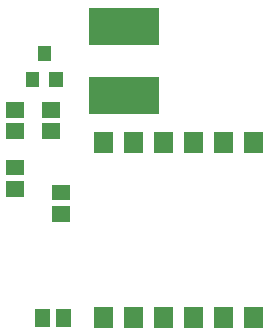
<source format=gbr>
G04 start of page 8 for group -4015 idx -4015 *
G04 Title: Dom32RF, toppaste *
G04 Creator: pcb 4.0.2 *
G04 CreationDate: Tue Feb 12 11:34:35 2019 UTC *
G04 For: walter *
G04 Format: Gerber/RS-274X *
G04 PCB-Dimensions (mil): 1181.10 1181.10 *
G04 PCB-Coordinate-Origin: lower left *
%MOIN*%
%FSLAX25Y25*%
%LNTOPPASTE*%
%ADD44C,0.0001*%
G54D44*G36*
X30190Y92922D02*X25790D01*
Y87922D01*
X30190D01*
Y92922D01*
G37*
G36*
X37990D02*X33590D01*
Y87922D01*
X37990D01*
Y92922D01*
G37*
G36*
X34090Y101516D02*X29690D01*
Y96516D01*
X34090D01*
Y101516D01*
G37*
G36*
X19292Y75788D02*Y70670D01*
X25196D01*
Y75788D01*
X19292D01*
G37*
G36*
Y82874D02*Y77756D01*
X25196D01*
Y82874D01*
X19292D01*
G37*
G36*
X31103Y75788D02*Y70670D01*
X37007D01*
Y75788D01*
X31103D01*
G37*
G36*
Y82874D02*Y77756D01*
X37007D01*
Y82874D01*
X31103D01*
G37*
G36*
X19292Y56497D02*Y51379D01*
X25196D01*
Y56497D01*
X19292D01*
G37*
G36*
Y63583D02*Y58465D01*
X25196D01*
Y63583D01*
X19292D01*
G37*
G36*
X54825Y14626D02*X48325D01*
Y7626D01*
X54825D01*
Y14626D01*
G37*
G36*
X64825D02*X58325D01*
Y7626D01*
X64825D01*
Y14626D01*
G37*
G36*
X74825D02*X68325D01*
Y7626D01*
X74825D01*
Y14626D01*
G37*
G36*
X84825D02*X78325D01*
Y7626D01*
X84825D01*
Y14626D01*
G37*
G36*
X94825D02*X88325D01*
Y7626D01*
X94825D01*
Y14626D01*
G37*
G36*
X104825D02*X98325D01*
Y7626D01*
X104825D01*
Y14626D01*
G37*
G36*
Y72988D02*X98325D01*
Y65988D01*
X104825D01*
Y72988D01*
G37*
G36*
X94825D02*X88325D01*
Y65988D01*
X94825D01*
Y72988D01*
G37*
G36*
X84825D02*X78325D01*
Y65988D01*
X84825D01*
Y72988D01*
G37*
G36*
X74825D02*X68325D01*
Y65988D01*
X74825D01*
Y72988D01*
G37*
G36*
X64825D02*X58325D01*
Y65988D01*
X64825D01*
Y72988D01*
G37*
G36*
X54825D02*X48325D01*
Y65988D01*
X54825D01*
Y72988D01*
G37*
G36*
X46715Y91386D02*Y79086D01*
X70215D01*
Y91386D01*
X46715D01*
G37*
G36*
Y114386D02*Y102086D01*
X70215D01*
Y114386D01*
X46715D01*
G37*
G36*
X34450Y55315D02*Y50197D01*
X40354D01*
Y55315D01*
X34450D01*
G37*
G36*
Y48229D02*Y43111D01*
X40354D01*
Y48229D01*
X34450D01*
G37*
G36*
X40944Y13976D02*X35826D01*
Y8072D01*
X40944D01*
Y13976D01*
G37*
G36*
X33858D02*X28740D01*
Y8072D01*
X33858D01*
Y13976D01*
G37*
M02*

</source>
